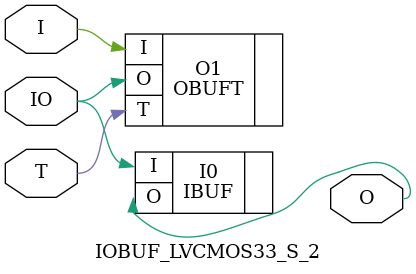
<source format=v>


`timescale  1 ps / 1 ps


module IOBUF_LVCMOS33_S_2 (O, IO, I, T);

    output O;

    inout  IO;

    input  I, T;

        OBUFT #(.IOSTANDARD("LVCMOS33"), .SLEW("SLOW"), .DRIVE(2)) O1 (.O(IO), .I(I), .T(T)); 
	IBUF #(.IOSTANDARD("LVCMOS33"))  I0 (.O(O), .I(IO));
        

endmodule



</source>
